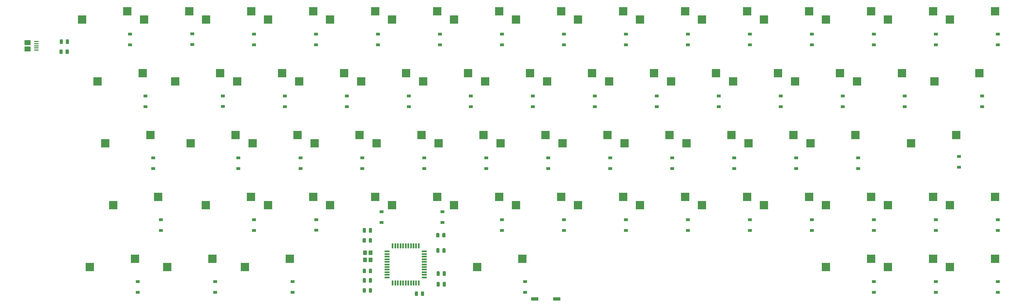
<source format=gbp>
G04 #@! TF.GenerationSoftware,KiCad,Pcbnew,(5.99.0-208-ga1d3f3486)*
G04 #@! TF.CreationDate,2020-08-15T19:48:29+07:00*
G04 #@! TF.ProjectId,pheromone_ansi,70686572-6f6d-46f6-9e65-5f616e73692e,rev?*
G04 #@! TF.SameCoordinates,Original*
G04 #@! TF.FileFunction,Paste,Bot*
G04 #@! TF.FilePolarity,Positive*
%FSLAX46Y46*%
G04 Gerber Fmt 4.6, Leading zero omitted, Abs format (unit mm)*
G04 Created by KiCad (PCBNEW (5.99.0-208-ga1d3f3486)) date 2020-08-15 19:48:29*
%MOMM*%
%LPD*%
G04 APERTURE LIST*
%ADD10R,2.550000X2.500000*%
%ADD11R,1.500000X0.550000*%
%ADD12R,0.550000X1.500000*%
%ADD13C,0.100000*%
%ADD14C,0.975000*%
%ADD15R,1.200000X1.400000*%
%ADD16R,1.200000X0.900000*%
%ADD17R,1.900000X1.500000*%
%ADD18R,1.350000X0.400000*%
%ADD19R,2.160000X1.120000*%
G04 APERTURE END LIST*
D10*
X63877500Y-114141250D03*
X77727500Y-111601250D03*
X61496250Y-95091250D03*
X75346250Y-92551250D03*
X59115000Y-76041250D03*
X72965000Y-73501250D03*
X175796250Y-133191250D03*
X189646250Y-130651250D03*
X104358750Y-133191250D03*
X118208750Y-130651250D03*
X80546250Y-133191250D03*
X94396250Y-130651250D03*
X56733750Y-133191250D03*
X70583750Y-130651250D03*
X309146250Y-95091250D03*
X322996250Y-92551250D03*
X54352500Y-56991250D03*
X68202500Y-54451250D03*
X321052500Y-133191250D03*
X334902500Y-130651250D03*
X302002500Y-133191250D03*
X315852500Y-130651250D03*
X282952500Y-133191250D03*
X296802500Y-130651250D03*
X321052500Y-114141250D03*
X334902500Y-111601250D03*
X302002500Y-114141250D03*
X315852500Y-111601250D03*
X282952500Y-114141250D03*
X296802500Y-111601250D03*
X263902500Y-114141250D03*
X277752500Y-111601250D03*
X244852500Y-114141250D03*
X258702500Y-111601250D03*
X225802500Y-114141250D03*
X239652500Y-111601250D03*
X206752500Y-114141250D03*
X220602500Y-111601250D03*
X187702500Y-114141250D03*
X201552500Y-111601250D03*
X168652500Y-114141250D03*
X182502500Y-111601250D03*
X149602500Y-114141250D03*
X163452500Y-111601250D03*
X130552500Y-114141250D03*
X144402500Y-111601250D03*
X111502500Y-114141250D03*
X125352500Y-111601250D03*
X92393750Y-114141250D03*
X106243750Y-111601250D03*
X316290000Y-76041250D03*
X330140000Y-73501250D03*
X278190000Y-95091250D03*
X292040000Y-92551250D03*
X259140000Y-95091250D03*
X272990000Y-92551250D03*
X240090000Y-95091250D03*
X253940000Y-92551250D03*
X221040000Y-95091250D03*
X234890000Y-92551250D03*
X201990000Y-95091250D03*
X215840000Y-92551250D03*
X182940000Y-95091250D03*
X196790000Y-92551250D03*
X163890000Y-95091250D03*
X177740000Y-92551250D03*
X144840000Y-95091250D03*
X158690000Y-92551250D03*
X125790000Y-95091250D03*
X139640000Y-92551250D03*
X106740000Y-95091250D03*
X120590000Y-92551250D03*
X87690000Y-95091250D03*
X101540000Y-92551250D03*
X292477500Y-76041250D03*
X306327500Y-73501250D03*
X273427500Y-76041250D03*
X287277500Y-73501250D03*
X254377500Y-76041250D03*
X268227500Y-73501250D03*
X235327500Y-76041250D03*
X249177500Y-73501250D03*
X216277500Y-76041250D03*
X230127500Y-73501250D03*
X197227500Y-76041250D03*
X211077500Y-73501250D03*
X178177500Y-76041250D03*
X192027500Y-73501250D03*
X159127500Y-76041250D03*
X172977500Y-73501250D03*
X140077500Y-76041250D03*
X153927500Y-73501250D03*
X121027500Y-76041250D03*
X134877500Y-73501250D03*
X101977500Y-76041250D03*
X115827500Y-73501250D03*
X82927500Y-76041250D03*
X96777500Y-73501250D03*
X321052500Y-56991250D03*
X334902500Y-54451250D03*
X302002500Y-56991250D03*
X315852500Y-54451250D03*
X282952500Y-56991250D03*
X296802500Y-54451250D03*
X263902500Y-56991250D03*
X277752500Y-54451250D03*
X244852500Y-56991250D03*
X258702500Y-54451250D03*
X225802500Y-56991250D03*
X239652500Y-54451250D03*
X206752500Y-56991250D03*
X220602500Y-54451250D03*
X187702500Y-56991250D03*
X201552500Y-54451250D03*
X168652500Y-56991250D03*
X182502500Y-54451250D03*
X149602500Y-56991250D03*
X163452500Y-54451250D03*
X130552500Y-56991250D03*
X144402500Y-54451250D03*
X111502500Y-56991250D03*
X125352500Y-54451250D03*
X92452500Y-56991250D03*
X106302500Y-54451250D03*
X73402500Y-56991250D03*
X87252500Y-54451250D03*
D11*
X159500000Y-136400000D03*
X159500000Y-135600000D03*
X159500000Y-134800000D03*
X159500000Y-134000000D03*
X159500000Y-133200000D03*
X159500000Y-132400000D03*
X159500000Y-131600000D03*
X159500000Y-130800000D03*
X159500000Y-130000000D03*
X159500000Y-129200000D03*
X159500000Y-128400000D03*
D12*
X157800000Y-126700000D03*
X157000000Y-126700000D03*
X156200000Y-126700000D03*
X155400000Y-126700000D03*
X154600000Y-126700000D03*
X153800000Y-126700000D03*
X153000000Y-126700000D03*
X152200000Y-126700000D03*
X151400000Y-126700000D03*
X150600000Y-126700000D03*
X149800000Y-126700000D03*
D11*
X148100000Y-128400000D03*
X148100000Y-129200000D03*
X148100000Y-130000000D03*
X148100000Y-130800000D03*
X148100000Y-131600000D03*
X148100000Y-132400000D03*
X148100000Y-133200000D03*
X148100000Y-134000000D03*
X148100000Y-134800000D03*
X148100000Y-135600000D03*
X148100000Y-136400000D03*
D12*
X149800000Y-138100000D03*
X150600000Y-138100000D03*
X151400000Y-138100000D03*
X152200000Y-138100000D03*
X153000000Y-138100000D03*
X153800000Y-138100000D03*
X154600000Y-138100000D03*
X155400000Y-138100000D03*
X156200000Y-138100000D03*
X157000000Y-138100000D03*
X157800000Y-138100000D03*
D13*
G36*
X163999529Y-122718554D02*
G01*
X164078607Y-122771393D01*
X164131446Y-122850471D01*
X164150000Y-122943750D01*
X164150000Y-123856250D01*
X164131446Y-123949529D01*
X164078607Y-124028607D01*
X163999529Y-124081446D01*
X163906250Y-124100000D01*
X163418750Y-124100000D01*
X163325471Y-124081446D01*
X163246393Y-124028607D01*
X163193554Y-123949529D01*
X163175000Y-123856250D01*
X163175000Y-122943750D01*
X163193554Y-122850471D01*
X163246393Y-122771393D01*
X163325471Y-122718554D01*
X163418750Y-122700000D01*
X163906250Y-122700000D01*
X163999529Y-122718554D01*
X163999529Y-122718554D01*
G37*
D14*
X163662500Y-123400000D03*
D13*
G36*
X165874529Y-122718554D02*
G01*
X165953607Y-122771393D01*
X166006446Y-122850471D01*
X166025000Y-122943750D01*
X166025000Y-123856250D01*
X166006446Y-123949529D01*
X165953607Y-124028607D01*
X165874529Y-124081446D01*
X165781250Y-124100000D01*
X165293750Y-124100000D01*
X165200471Y-124081446D01*
X165121393Y-124028607D01*
X165068554Y-123949529D01*
X165050000Y-123856250D01*
X165050000Y-122943750D01*
X165068554Y-122850471D01*
X165121393Y-122771393D01*
X165200471Y-122718554D01*
X165293750Y-122700000D01*
X165781250Y-122700000D01*
X165874529Y-122718554D01*
X165874529Y-122718554D01*
G37*
D14*
X165537500Y-123400000D03*
D13*
G36*
X165999529Y-137818554D02*
G01*
X166078607Y-137871393D01*
X166131446Y-137950471D01*
X166150000Y-138043750D01*
X166150000Y-138956250D01*
X166131446Y-139049529D01*
X166078607Y-139128607D01*
X165999529Y-139181446D01*
X165906250Y-139200000D01*
X165418750Y-139200000D01*
X165325471Y-139181446D01*
X165246393Y-139128607D01*
X165193554Y-139049529D01*
X165175000Y-138956250D01*
X165175000Y-138043750D01*
X165193554Y-137950471D01*
X165246393Y-137871393D01*
X165325471Y-137818554D01*
X165418750Y-137800000D01*
X165906250Y-137800000D01*
X165999529Y-137818554D01*
X165999529Y-137818554D01*
G37*
D14*
X165662500Y-138500000D03*
D13*
G36*
X164124529Y-137818554D02*
G01*
X164203607Y-137871393D01*
X164256446Y-137950471D01*
X164275000Y-138043750D01*
X164275000Y-138956250D01*
X164256446Y-139049529D01*
X164203607Y-139128607D01*
X164124529Y-139181446D01*
X164031250Y-139200000D01*
X163543750Y-139200000D01*
X163450471Y-139181446D01*
X163371393Y-139128607D01*
X163318554Y-139049529D01*
X163300000Y-138956250D01*
X163300000Y-138043750D01*
X163318554Y-137950471D01*
X163371393Y-137871393D01*
X163450471Y-137818554D01*
X163543750Y-137800000D01*
X164031250Y-137800000D01*
X164124529Y-137818554D01*
X164124529Y-137818554D01*
G37*
D14*
X163787500Y-138500000D03*
D13*
G36*
X48299529Y-63118554D02*
G01*
X48378607Y-63171393D01*
X48431446Y-63250471D01*
X48450000Y-63343750D01*
X48450000Y-64256250D01*
X48431446Y-64349529D01*
X48378607Y-64428607D01*
X48299529Y-64481446D01*
X48206250Y-64500000D01*
X47718750Y-64500000D01*
X47625471Y-64481446D01*
X47546393Y-64428607D01*
X47493554Y-64349529D01*
X47475000Y-64256250D01*
X47475000Y-63343750D01*
X47493554Y-63250471D01*
X47546393Y-63171393D01*
X47625471Y-63118554D01*
X47718750Y-63100000D01*
X48206250Y-63100000D01*
X48299529Y-63118554D01*
X48299529Y-63118554D01*
G37*
D14*
X47962500Y-63800000D03*
D13*
G36*
X50174529Y-63118554D02*
G01*
X50253607Y-63171393D01*
X50306446Y-63250471D01*
X50325000Y-63343750D01*
X50325000Y-64256250D01*
X50306446Y-64349529D01*
X50253607Y-64428607D01*
X50174529Y-64481446D01*
X50081250Y-64500000D01*
X49593750Y-64500000D01*
X49500471Y-64481446D01*
X49421393Y-64428607D01*
X49368554Y-64349529D01*
X49350000Y-64256250D01*
X49350000Y-63343750D01*
X49368554Y-63250471D01*
X49421393Y-63171393D01*
X49500471Y-63118554D01*
X49593750Y-63100000D01*
X50081250Y-63100000D01*
X50174529Y-63118554D01*
X50174529Y-63118554D01*
G37*
D14*
X49837500Y-63800000D03*
D13*
G36*
X48224529Y-66218554D02*
G01*
X48303607Y-66271393D01*
X48356446Y-66350471D01*
X48375000Y-66443750D01*
X48375000Y-67356250D01*
X48356446Y-67449529D01*
X48303607Y-67528607D01*
X48224529Y-67581446D01*
X48131250Y-67600000D01*
X47643750Y-67600000D01*
X47550471Y-67581446D01*
X47471393Y-67528607D01*
X47418554Y-67449529D01*
X47400000Y-67356250D01*
X47400000Y-66443750D01*
X47418554Y-66350471D01*
X47471393Y-66271393D01*
X47550471Y-66218554D01*
X47643750Y-66200000D01*
X48131250Y-66200000D01*
X48224529Y-66218554D01*
X48224529Y-66218554D01*
G37*
D14*
X47887500Y-66900000D03*
D13*
G36*
X50099529Y-66218554D02*
G01*
X50178607Y-66271393D01*
X50231446Y-66350471D01*
X50250000Y-66443750D01*
X50250000Y-67356250D01*
X50231446Y-67449529D01*
X50178607Y-67528607D01*
X50099529Y-67581446D01*
X50006250Y-67600000D01*
X49518750Y-67600000D01*
X49425471Y-67581446D01*
X49346393Y-67528607D01*
X49293554Y-67449529D01*
X49275000Y-67356250D01*
X49275000Y-66443750D01*
X49293554Y-66350471D01*
X49346393Y-66271393D01*
X49425471Y-66218554D01*
X49518750Y-66200000D01*
X50006250Y-66200000D01*
X50099529Y-66218554D01*
X50099529Y-66218554D01*
G37*
D14*
X49762500Y-66900000D03*
D13*
G36*
X157424529Y-140718554D02*
G01*
X157503607Y-140771393D01*
X157556446Y-140850471D01*
X157575000Y-140943750D01*
X157575000Y-141856250D01*
X157556446Y-141949529D01*
X157503607Y-142028607D01*
X157424529Y-142081446D01*
X157331250Y-142100000D01*
X156843750Y-142100000D01*
X156750471Y-142081446D01*
X156671393Y-142028607D01*
X156618554Y-141949529D01*
X156600000Y-141856250D01*
X156600000Y-140943750D01*
X156618554Y-140850471D01*
X156671393Y-140771393D01*
X156750471Y-140718554D01*
X156843750Y-140700000D01*
X157331250Y-140700000D01*
X157424529Y-140718554D01*
X157424529Y-140718554D01*
G37*
D14*
X157087500Y-141400000D03*
D13*
G36*
X159299529Y-140718554D02*
G01*
X159378607Y-140771393D01*
X159431446Y-140850471D01*
X159450000Y-140943750D01*
X159450000Y-141856250D01*
X159431446Y-141949529D01*
X159378607Y-142028607D01*
X159299529Y-142081446D01*
X159206250Y-142100000D01*
X158718750Y-142100000D01*
X158625471Y-142081446D01*
X158546393Y-142028607D01*
X158493554Y-141949529D01*
X158475000Y-141856250D01*
X158475000Y-140943750D01*
X158493554Y-140850471D01*
X158546393Y-140771393D01*
X158625471Y-140718554D01*
X158718750Y-140700000D01*
X159206250Y-140700000D01*
X159299529Y-140718554D01*
X159299529Y-140718554D01*
G37*
D14*
X158962500Y-141400000D03*
D13*
G36*
X164024529Y-127418554D02*
G01*
X164103607Y-127471393D01*
X164156446Y-127550471D01*
X164175000Y-127643750D01*
X164175000Y-128556250D01*
X164156446Y-128649529D01*
X164103607Y-128728607D01*
X164024529Y-128781446D01*
X163931250Y-128800000D01*
X163443750Y-128800000D01*
X163350471Y-128781446D01*
X163271393Y-128728607D01*
X163218554Y-128649529D01*
X163200000Y-128556250D01*
X163200000Y-127643750D01*
X163218554Y-127550471D01*
X163271393Y-127471393D01*
X163350471Y-127418554D01*
X163443750Y-127400000D01*
X163931250Y-127400000D01*
X164024529Y-127418554D01*
X164024529Y-127418554D01*
G37*
D14*
X163687500Y-128100000D03*
D13*
G36*
X165899529Y-127418554D02*
G01*
X165978607Y-127471393D01*
X166031446Y-127550471D01*
X166050000Y-127643750D01*
X166050000Y-128556250D01*
X166031446Y-128649529D01*
X165978607Y-128728607D01*
X165899529Y-128781446D01*
X165806250Y-128800000D01*
X165318750Y-128800000D01*
X165225471Y-128781446D01*
X165146393Y-128728607D01*
X165093554Y-128649529D01*
X165075000Y-128556250D01*
X165075000Y-127643750D01*
X165093554Y-127550471D01*
X165146393Y-127471393D01*
X165225471Y-127418554D01*
X165318750Y-127400000D01*
X165806250Y-127400000D01*
X165899529Y-127418554D01*
X165899529Y-127418554D01*
G37*
D14*
X165562500Y-128100000D03*
D13*
G36*
X164124529Y-134518554D02*
G01*
X164203607Y-134571393D01*
X164256446Y-134650471D01*
X164275000Y-134743750D01*
X164275000Y-135656250D01*
X164256446Y-135749529D01*
X164203607Y-135828607D01*
X164124529Y-135881446D01*
X164031250Y-135900000D01*
X163543750Y-135900000D01*
X163450471Y-135881446D01*
X163371393Y-135828607D01*
X163318554Y-135749529D01*
X163300000Y-135656250D01*
X163300000Y-134743750D01*
X163318554Y-134650471D01*
X163371393Y-134571393D01*
X163450471Y-134518554D01*
X163543750Y-134500000D01*
X164031250Y-134500000D01*
X164124529Y-134518554D01*
X164124529Y-134518554D01*
G37*
D14*
X163787500Y-135200000D03*
D13*
G36*
X165999529Y-134518554D02*
G01*
X166078607Y-134571393D01*
X166131446Y-134650471D01*
X166150000Y-134743750D01*
X166150000Y-135656250D01*
X166131446Y-135749529D01*
X166078607Y-135828607D01*
X165999529Y-135881446D01*
X165906250Y-135900000D01*
X165418750Y-135900000D01*
X165325471Y-135881446D01*
X165246393Y-135828607D01*
X165193554Y-135749529D01*
X165175000Y-135656250D01*
X165175000Y-134743750D01*
X165193554Y-134650471D01*
X165246393Y-134571393D01*
X165325471Y-134518554D01*
X165418750Y-134500000D01*
X165906250Y-134500000D01*
X165999529Y-134518554D01*
X165999529Y-134518554D01*
G37*
D14*
X165662500Y-135200000D03*
D13*
G36*
X143299529Y-121218554D02*
G01*
X143378607Y-121271393D01*
X143431446Y-121350471D01*
X143450000Y-121443750D01*
X143450000Y-122356250D01*
X143431446Y-122449529D01*
X143378607Y-122528607D01*
X143299529Y-122581446D01*
X143206250Y-122600000D01*
X142718750Y-122600000D01*
X142625471Y-122581446D01*
X142546393Y-122528607D01*
X142493554Y-122449529D01*
X142475000Y-122356250D01*
X142475000Y-121443750D01*
X142493554Y-121350471D01*
X142546393Y-121271393D01*
X142625471Y-121218554D01*
X142718750Y-121200000D01*
X143206250Y-121200000D01*
X143299529Y-121218554D01*
X143299529Y-121218554D01*
G37*
D14*
X142962500Y-121900000D03*
D13*
G36*
X141424529Y-121218554D02*
G01*
X141503607Y-121271393D01*
X141556446Y-121350471D01*
X141575000Y-121443750D01*
X141575000Y-122356250D01*
X141556446Y-122449529D01*
X141503607Y-122528607D01*
X141424529Y-122581446D01*
X141331250Y-122600000D01*
X140843750Y-122600000D01*
X140750471Y-122581446D01*
X140671393Y-122528607D01*
X140618554Y-122449529D01*
X140600000Y-122356250D01*
X140600000Y-121443750D01*
X140618554Y-121350471D01*
X140671393Y-121271393D01*
X140750471Y-121218554D01*
X140843750Y-121200000D01*
X141331250Y-121200000D01*
X141424529Y-121218554D01*
X141424529Y-121218554D01*
G37*
D14*
X141087500Y-121900000D03*
D13*
G36*
X143299529Y-136618554D02*
G01*
X143378607Y-136671393D01*
X143431446Y-136750471D01*
X143450000Y-136843750D01*
X143450000Y-137756250D01*
X143431446Y-137849529D01*
X143378607Y-137928607D01*
X143299529Y-137981446D01*
X143206250Y-138000000D01*
X142718750Y-138000000D01*
X142625471Y-137981446D01*
X142546393Y-137928607D01*
X142493554Y-137849529D01*
X142475000Y-137756250D01*
X142475000Y-136843750D01*
X142493554Y-136750471D01*
X142546393Y-136671393D01*
X142625471Y-136618554D01*
X142718750Y-136600000D01*
X143206250Y-136600000D01*
X143299529Y-136618554D01*
X143299529Y-136618554D01*
G37*
D14*
X142962500Y-137300000D03*
D13*
G36*
X141424529Y-136618554D02*
G01*
X141503607Y-136671393D01*
X141556446Y-136750471D01*
X141575000Y-136843750D01*
X141575000Y-137756250D01*
X141556446Y-137849529D01*
X141503607Y-137928607D01*
X141424529Y-137981446D01*
X141331250Y-138000000D01*
X140843750Y-138000000D01*
X140750471Y-137981446D01*
X140671393Y-137928607D01*
X140618554Y-137849529D01*
X140600000Y-137756250D01*
X140600000Y-136843750D01*
X140618554Y-136750471D01*
X140671393Y-136671393D01*
X140750471Y-136618554D01*
X140843750Y-136600000D01*
X141331250Y-136600000D01*
X141424529Y-136618554D01*
X141424529Y-136618554D01*
G37*
D14*
X141087500Y-137300000D03*
D13*
G36*
X143299529Y-139718554D02*
G01*
X143378607Y-139771393D01*
X143431446Y-139850471D01*
X143450000Y-139943750D01*
X143450000Y-140856250D01*
X143431446Y-140949529D01*
X143378607Y-141028607D01*
X143299529Y-141081446D01*
X143206250Y-141100000D01*
X142718750Y-141100000D01*
X142625471Y-141081446D01*
X142546393Y-141028607D01*
X142493554Y-140949529D01*
X142475000Y-140856250D01*
X142475000Y-139943750D01*
X142493554Y-139850471D01*
X142546393Y-139771393D01*
X142625471Y-139718554D01*
X142718750Y-139700000D01*
X143206250Y-139700000D01*
X143299529Y-139718554D01*
X143299529Y-139718554D01*
G37*
D14*
X142962500Y-140400000D03*
D13*
G36*
X141424529Y-139718554D02*
G01*
X141503607Y-139771393D01*
X141556446Y-139850471D01*
X141575000Y-139943750D01*
X141575000Y-140856250D01*
X141556446Y-140949529D01*
X141503607Y-141028607D01*
X141424529Y-141081446D01*
X141331250Y-141100000D01*
X140843750Y-141100000D01*
X140750471Y-141081446D01*
X140671393Y-141028607D01*
X140618554Y-140949529D01*
X140600000Y-140856250D01*
X140600000Y-139943750D01*
X140618554Y-139850471D01*
X140671393Y-139771393D01*
X140750471Y-139718554D01*
X140843750Y-139700000D01*
X141331250Y-139700000D01*
X141424529Y-139718554D01*
X141424529Y-139718554D01*
G37*
D14*
X141087500Y-140400000D03*
D13*
G36*
X143299529Y-133718554D02*
G01*
X143378607Y-133771393D01*
X143431446Y-133850471D01*
X143450000Y-133943750D01*
X143450000Y-134856250D01*
X143431446Y-134949529D01*
X143378607Y-135028607D01*
X143299529Y-135081446D01*
X143206250Y-135100000D01*
X142718750Y-135100000D01*
X142625471Y-135081446D01*
X142546393Y-135028607D01*
X142493554Y-134949529D01*
X142475000Y-134856250D01*
X142475000Y-133943750D01*
X142493554Y-133850471D01*
X142546393Y-133771393D01*
X142625471Y-133718554D01*
X142718750Y-133700000D01*
X143206250Y-133700000D01*
X143299529Y-133718554D01*
X143299529Y-133718554D01*
G37*
D14*
X142962500Y-134400000D03*
D13*
G36*
X141424529Y-133718554D02*
G01*
X141503607Y-133771393D01*
X141556446Y-133850471D01*
X141575000Y-133943750D01*
X141575000Y-134856250D01*
X141556446Y-134949529D01*
X141503607Y-135028607D01*
X141424529Y-135081446D01*
X141331250Y-135100000D01*
X140843750Y-135100000D01*
X140750471Y-135081446D01*
X140671393Y-135028607D01*
X140618554Y-134949529D01*
X140600000Y-134856250D01*
X140600000Y-133943750D01*
X140618554Y-133850471D01*
X140671393Y-133771393D01*
X140750471Y-133718554D01*
X140843750Y-133700000D01*
X141331250Y-133700000D01*
X141424529Y-133718554D01*
X141424529Y-133718554D01*
G37*
D14*
X141087500Y-134400000D03*
D13*
G36*
X143274529Y-124318554D02*
G01*
X143353607Y-124371393D01*
X143406446Y-124450471D01*
X143425000Y-124543750D01*
X143425000Y-125456250D01*
X143406446Y-125549529D01*
X143353607Y-125628607D01*
X143274529Y-125681446D01*
X143181250Y-125700000D01*
X142693750Y-125700000D01*
X142600471Y-125681446D01*
X142521393Y-125628607D01*
X142468554Y-125549529D01*
X142450000Y-125456250D01*
X142450000Y-124543750D01*
X142468554Y-124450471D01*
X142521393Y-124371393D01*
X142600471Y-124318554D01*
X142693750Y-124300000D01*
X143181250Y-124300000D01*
X143274529Y-124318554D01*
X143274529Y-124318554D01*
G37*
D14*
X142937500Y-125000000D03*
D13*
G36*
X141399529Y-124318554D02*
G01*
X141478607Y-124371393D01*
X141531446Y-124450471D01*
X141550000Y-124543750D01*
X141550000Y-125456250D01*
X141531446Y-125549529D01*
X141478607Y-125628607D01*
X141399529Y-125681446D01*
X141306250Y-125700000D01*
X140818750Y-125700000D01*
X140725471Y-125681446D01*
X140646393Y-125628607D01*
X140593554Y-125549529D01*
X140575000Y-125456250D01*
X140575000Y-124543750D01*
X140593554Y-124450471D01*
X140646393Y-124371393D01*
X140725471Y-124318554D01*
X140818750Y-124300000D01*
X141306250Y-124300000D01*
X141399529Y-124318554D01*
X141399529Y-124318554D01*
G37*
D14*
X141062500Y-125000000D03*
D15*
X141300000Y-128800000D03*
X141300000Y-131000000D03*
X143000000Y-131000000D03*
X143000000Y-128800000D03*
D16*
X69056250Y-61453125D03*
X69056250Y-64753125D03*
X88200000Y-61400000D03*
X88200000Y-64700000D03*
X107156250Y-61453125D03*
X107156250Y-64753125D03*
X126206250Y-61453125D03*
X126206250Y-64753125D03*
X145256250Y-61453125D03*
X145256250Y-64753125D03*
X164306250Y-61453125D03*
X164306250Y-64753125D03*
X183356250Y-61453125D03*
X183356250Y-64753125D03*
X202406250Y-61453125D03*
X202406250Y-64753125D03*
X221456250Y-61453125D03*
X221456250Y-64753125D03*
X240506250Y-61453125D03*
X240506250Y-64753125D03*
X259556250Y-61453125D03*
X259556250Y-64753125D03*
X278606250Y-61453125D03*
X278606250Y-64753125D03*
X297656250Y-61453125D03*
X297656250Y-64753125D03*
X316706250Y-61453125D03*
X316706250Y-64753125D03*
X335756250Y-61453125D03*
X335756250Y-64753125D03*
X73818750Y-80503125D03*
X73818750Y-83803125D03*
X97631250Y-80500000D03*
X97631250Y-83800000D03*
X116681250Y-80503125D03*
X116681250Y-83803125D03*
X135731250Y-80503125D03*
X135731250Y-83803125D03*
X154781250Y-80503125D03*
X154781250Y-83803125D03*
X173831250Y-80503125D03*
X173831250Y-83803125D03*
X192881250Y-80503125D03*
X192881250Y-83803125D03*
X211931250Y-80503125D03*
X211931250Y-83803125D03*
X230981250Y-80503125D03*
X230981250Y-83803125D03*
X250031250Y-80503125D03*
X250031250Y-83803125D03*
X269081250Y-80503125D03*
X269081250Y-83803125D03*
X288131250Y-80503125D03*
X288131250Y-83803125D03*
X307181250Y-80503125D03*
X307181250Y-83803125D03*
X76200000Y-99553125D03*
X76200000Y-102853125D03*
X102393750Y-99553125D03*
X102393750Y-102853125D03*
X121500000Y-99600000D03*
X121500000Y-102900000D03*
X140493750Y-99553125D03*
X140493750Y-102853125D03*
X159543750Y-99553125D03*
X159543750Y-102853125D03*
X178593750Y-99553125D03*
X178593750Y-102853125D03*
X197643750Y-99553125D03*
X197643750Y-102853125D03*
X216693750Y-99553125D03*
X216693750Y-102853125D03*
X235743750Y-99553125D03*
X235743750Y-102853125D03*
X254793750Y-99553125D03*
X254793750Y-102853125D03*
X273843750Y-99553125D03*
X273843750Y-102853125D03*
X292893750Y-99553125D03*
X292893750Y-102853125D03*
X330991250Y-80503125D03*
X330991250Y-83803125D03*
X323850000Y-99156250D03*
X323850000Y-102456250D03*
X78581250Y-118603125D03*
X78581250Y-121903125D03*
X107156250Y-118603125D03*
X107156250Y-121903125D03*
X126300000Y-118600000D03*
X126300000Y-121900000D03*
X146400000Y-116150000D03*
X146400000Y-119450000D03*
X165106250Y-116203125D03*
X165106250Y-119503125D03*
X183356250Y-118603125D03*
X183356250Y-121903125D03*
X202406250Y-118603125D03*
X202406250Y-121903125D03*
X221456250Y-118603125D03*
X221456250Y-121903125D03*
X240506250Y-118603125D03*
X240506250Y-121903125D03*
X259556250Y-118603125D03*
X259556250Y-121903125D03*
X278606250Y-118603125D03*
X278606250Y-121903125D03*
X297656250Y-118603125D03*
X297656250Y-121903125D03*
X316706250Y-118603125D03*
X316706250Y-121903125D03*
X335756250Y-118603125D03*
X335756250Y-121903125D03*
X71437500Y-137653125D03*
X71437500Y-140953125D03*
X95250000Y-137653125D03*
X95250000Y-140953125D03*
X119062500Y-137653125D03*
X119062500Y-140953125D03*
X190500000Y-137653125D03*
X190500000Y-140953125D03*
X297656250Y-137653125D03*
X297656250Y-140953125D03*
X316706250Y-137653125D03*
X316706250Y-140953125D03*
X335756250Y-137653125D03*
X335756250Y-140953125D03*
D17*
X37562500Y-66100000D03*
D18*
X40262500Y-65100000D03*
X40262500Y-64450000D03*
X40262500Y-63800000D03*
X40262500Y-66400000D03*
X40262500Y-65750000D03*
D17*
X37562500Y-64100000D03*
D19*
X193485000Y-143000000D03*
X200215000Y-143000000D03*
M02*

</source>
